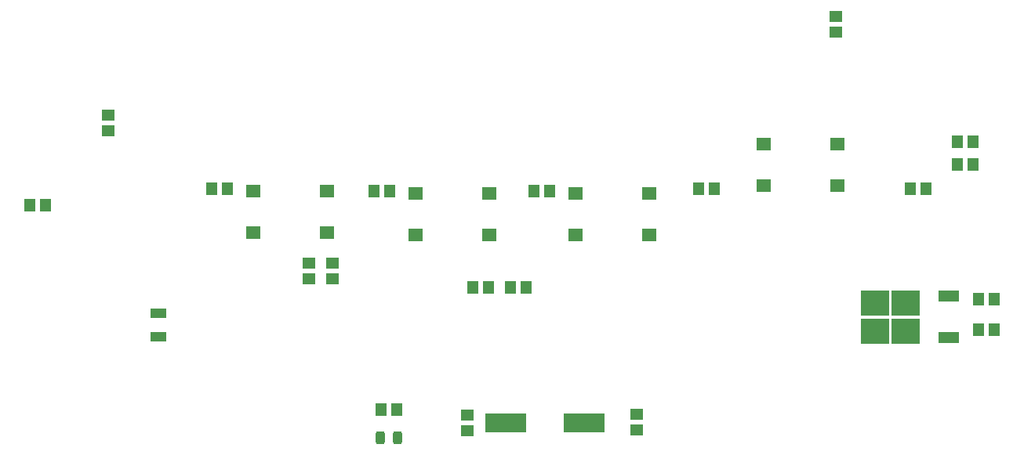
<source format=gbr>
%TF.GenerationSoftware,KiCad,Pcbnew,(6.0.5)*%
%TF.CreationDate,2022-07-21T16:44:05-07:00*%
%TF.ProjectId,rectangle-clock,72656374-616e-4676-9c65-2d636c6f636b,rev?*%
%TF.SameCoordinates,PX4c4b400PY8a48640*%
%TF.FileFunction,Paste,Top*%
%TF.FilePolarity,Positive*%
%FSLAX46Y46*%
G04 Gerber Fmt 4.6, Leading zero omitted, Abs format (unit mm)*
G04 Created by KiCad (PCBNEW (6.0.5)) date 2022-07-21 16:44:05*
%MOMM*%
%LPD*%
G01*
G04 APERTURE LIST*
G04 Aperture macros list*
%AMRoundRect*
0 Rectangle with rounded corners*
0 $1 Rounding radius*
0 $2 $3 $4 $5 $6 $7 $8 $9 X,Y pos of 4 corners*
0 Add a 4 corners polygon primitive as box body*
4,1,4,$2,$3,$4,$5,$6,$7,$8,$9,$2,$3,0*
0 Add four circle primitives for the rounded corners*
1,1,$1+$1,$2,$3*
1,1,$1+$1,$4,$5*
1,1,$1+$1,$6,$7*
1,1,$1+$1,$8,$9*
0 Add four rect primitives between the rounded corners*
20,1,$1+$1,$2,$3,$4,$5,0*
20,1,$1+$1,$4,$5,$6,$7,0*
20,1,$1+$1,$6,$7,$8,$9,0*
20,1,$1+$1,$8,$9,$2,$3,0*%
G04 Aperture macros list end*
%ADD10R,1.600000X1.400000*%
%ADD11R,1.400000X1.150000*%
%ADD12R,1.150000X1.400000*%
%ADD13R,1.800000X1.000000*%
%ADD14R,4.500000X2.000000*%
%ADD15R,3.050000X2.750000*%
%ADD16R,2.200000X1.200000*%
%ADD17RoundRect,0.243750X-0.243750X-0.456250X0.243750X-0.456250X0.243750X0.456250X-0.243750X0.456250X0*%
G04 APERTURE END LIST*
D10*
%TO.C,SW3*%
X66368000Y30156000D03*
X74368000Y30156000D03*
X66368000Y25656000D03*
X74368000Y25656000D03*
%TD*%
D11*
%TO.C,C4*%
X90240000Y4610000D03*
X90240000Y6310000D03*
%TD*%
D12*
%TO.C,C2*%
X76630000Y20032000D03*
X78330000Y20032000D03*
%TD*%
D13*
%TO.C,Y1*%
X38618000Y17218000D03*
X38618000Y14718000D03*
%TD*%
D12*
%TO.C,C7*%
X127176000Y18762000D03*
X128876000Y18762000D03*
%TD*%
D11*
%TO.C,R2*%
X111770000Y49330000D03*
X111770000Y47630000D03*
%TD*%
D12*
%TO.C,R4*%
X96950000Y30700000D03*
X98650000Y30700000D03*
%TD*%
%TO.C,C5*%
X127176000Y15460000D03*
X128876000Y15460000D03*
%TD*%
%TO.C,R5*%
X24720000Y28910000D03*
X26420000Y28910000D03*
%TD*%
%TO.C,R9*%
X61898000Y30446000D03*
X63598000Y30446000D03*
%TD*%
%TO.C,R13*%
X62660000Y6824000D03*
X64360000Y6824000D03*
%TD*%
%TO.C,R8*%
X44372000Y30700000D03*
X46072000Y30700000D03*
%TD*%
D14*
%TO.C,Y2*%
X84610000Y5370000D03*
X76110000Y5370000D03*
%TD*%
D12*
%TO.C,R11*%
X124890000Y35780000D03*
X126590000Y35780000D03*
%TD*%
D15*
%TO.C,U2*%
X115993000Y18371000D03*
X115993000Y15321000D03*
X119343000Y15321000D03*
X119343000Y18371000D03*
D16*
X123968000Y14566000D03*
X123968000Y19126000D03*
%TD*%
D11*
%TO.C,R3*%
X57414000Y22660000D03*
X57414000Y20960000D03*
%TD*%
%TO.C,R1*%
X54874000Y22660000D03*
X54874000Y20960000D03*
%TD*%
D12*
%TO.C,R12*%
X79170000Y30446000D03*
X80870000Y30446000D03*
%TD*%
%TO.C,C6*%
X119810000Y30700000D03*
X121510000Y30700000D03*
%TD*%
D10*
%TO.C,SW4*%
X83640000Y30156000D03*
X91640000Y30156000D03*
X83640000Y25656000D03*
X91640000Y25656000D03*
%TD*%
D11*
%TO.C,R7*%
X33210000Y38630000D03*
X33210000Y36930000D03*
%TD*%
D12*
%TO.C,R10*%
X124880000Y33320000D03*
X126580000Y33320000D03*
%TD*%
D10*
%TO.C,SW2*%
X48842000Y30410000D03*
X56842000Y30410000D03*
X48842000Y25910000D03*
X56842000Y25910000D03*
%TD*%
D17*
%TO.C,D1*%
X62572500Y3776000D03*
X64447500Y3776000D03*
%TD*%
D11*
%TO.C,C3*%
X71950000Y4510000D03*
X71950000Y6210000D03*
%TD*%
D12*
%TO.C,C1*%
X72566000Y20032000D03*
X74266000Y20032000D03*
%TD*%
D10*
%TO.C,SW1*%
X103960000Y35490000D03*
X111960000Y35490000D03*
X103960000Y30990000D03*
X111960000Y30990000D03*
%TD*%
M02*

</source>
